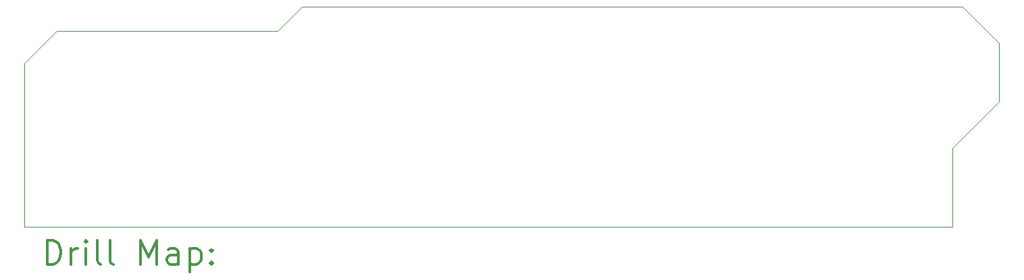
<source format=gbr>
%FSLAX45Y45*%
G04 Gerber Fmt 4.5, Leading zero omitted, Abs format (unit mm)*
G04 Created by KiCad (PCBNEW (5.1.6)-1) date 2022-11-05 15:29:07*
%MOMM*%
%LPD*%
G01*
G04 APERTURE LIST*
%TA.AperFunction,Profile*%
%ADD10C,0.050000*%
%TD*%
%ADD11C,0.200000*%
%ADD12C,0.300000*%
G04 APERTURE END LIST*
D10*
X9677400Y-6731000D02*
X9677400Y-8788400D01*
X10083800Y-6324600D02*
X9677400Y-6731000D01*
X12852400Y-6324600D02*
X10083800Y-6324600D01*
X13157200Y-6019800D02*
X12852400Y-6324600D01*
X21437600Y-6019800D02*
X13157200Y-6019800D01*
X21894800Y-6477000D02*
X21437600Y-6019800D01*
X21894800Y-7213600D02*
X21894800Y-6477000D01*
X21310600Y-7797800D02*
X21894800Y-7213600D01*
X21310600Y-8788400D02*
X21310600Y-7797800D01*
X9677400Y-8788400D02*
X21310600Y-8788400D01*
D11*
D12*
X9961328Y-9256614D02*
X9961328Y-8956614D01*
X10032757Y-8956614D01*
X10075614Y-8970900D01*
X10104186Y-8999472D01*
X10118471Y-9028043D01*
X10132757Y-9085186D01*
X10132757Y-9128043D01*
X10118471Y-9185186D01*
X10104186Y-9213757D01*
X10075614Y-9242329D01*
X10032757Y-9256614D01*
X9961328Y-9256614D01*
X10261328Y-9256614D02*
X10261328Y-9056614D01*
X10261328Y-9113757D02*
X10275614Y-9085186D01*
X10289900Y-9070900D01*
X10318471Y-9056614D01*
X10347043Y-9056614D01*
X10447043Y-9256614D02*
X10447043Y-9056614D01*
X10447043Y-8956614D02*
X10432757Y-8970900D01*
X10447043Y-8985186D01*
X10461328Y-8970900D01*
X10447043Y-8956614D01*
X10447043Y-8985186D01*
X10632757Y-9256614D02*
X10604186Y-9242329D01*
X10589900Y-9213757D01*
X10589900Y-8956614D01*
X10789900Y-9256614D02*
X10761328Y-9242329D01*
X10747043Y-9213757D01*
X10747043Y-8956614D01*
X11132757Y-9256614D02*
X11132757Y-8956614D01*
X11232757Y-9170900D01*
X11332757Y-8956614D01*
X11332757Y-9256614D01*
X11604186Y-9256614D02*
X11604186Y-9099472D01*
X11589900Y-9070900D01*
X11561328Y-9056614D01*
X11504186Y-9056614D01*
X11475614Y-9070900D01*
X11604186Y-9242329D02*
X11575614Y-9256614D01*
X11504186Y-9256614D01*
X11475614Y-9242329D01*
X11461328Y-9213757D01*
X11461328Y-9185186D01*
X11475614Y-9156614D01*
X11504186Y-9142329D01*
X11575614Y-9142329D01*
X11604186Y-9128043D01*
X11747043Y-9056614D02*
X11747043Y-9356614D01*
X11747043Y-9070900D02*
X11775614Y-9056614D01*
X11832757Y-9056614D01*
X11861328Y-9070900D01*
X11875614Y-9085186D01*
X11889900Y-9113757D01*
X11889900Y-9199472D01*
X11875614Y-9228043D01*
X11861328Y-9242329D01*
X11832757Y-9256614D01*
X11775614Y-9256614D01*
X11747043Y-9242329D01*
X12018471Y-9228043D02*
X12032757Y-9242329D01*
X12018471Y-9256614D01*
X12004186Y-9242329D01*
X12018471Y-9228043D01*
X12018471Y-9256614D01*
X12018471Y-9070900D02*
X12032757Y-9085186D01*
X12018471Y-9099472D01*
X12004186Y-9085186D01*
X12018471Y-9070900D01*
X12018471Y-9099472D01*
M02*

</source>
